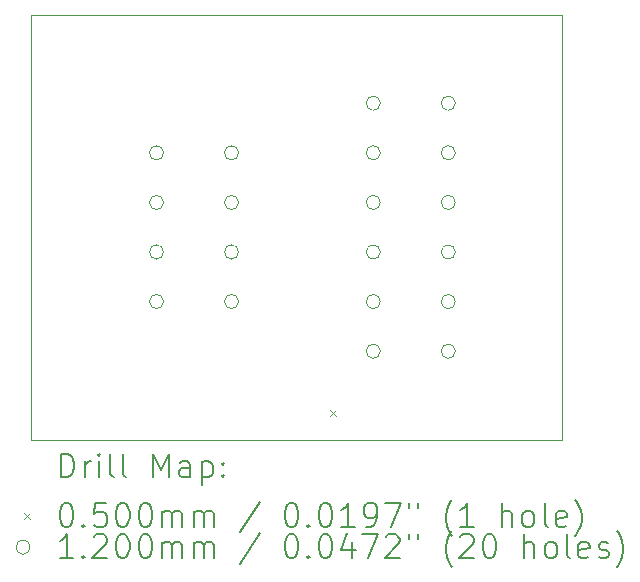
<source format=gbr>
%TF.GenerationSoftware,KiCad,Pcbnew,7.0.8*%
%TF.CreationDate,2023-12-02T16:31:01-07:00*%
%TF.ProjectId,cansplitter,63616e73-706c-4697-9474-65722e6b6963,rev?*%
%TF.SameCoordinates,Original*%
%TF.FileFunction,Drillmap*%
%TF.FilePolarity,Positive*%
%FSLAX45Y45*%
G04 Gerber Fmt 4.5, Leading zero omitted, Abs format (unit mm)*
G04 Created by KiCad (PCBNEW 7.0.8) date 2023-12-02 16:31:01*
%MOMM*%
%LPD*%
G01*
G04 APERTURE LIST*
%ADD10C,0.100000*%
%ADD11C,0.200000*%
%ADD12C,0.050000*%
%ADD13C,0.120000*%
G04 APERTURE END LIST*
D10*
X12500000Y-6200000D02*
X17000000Y-6200000D01*
X17000000Y-9800000D01*
X12500000Y-9800000D01*
X12500000Y-6200000D01*
D11*
D12*
X15035000Y-9545000D02*
X15085000Y-9595000D01*
X15085000Y-9545000D02*
X15035000Y-9595000D01*
D13*
X13625000Y-7370000D02*
G75*
G03*
X13625000Y-7370000I-60000J0D01*
G01*
X13625000Y-7790000D02*
G75*
G03*
X13625000Y-7790000I-60000J0D01*
G01*
X13625000Y-8210000D02*
G75*
G03*
X13625000Y-8210000I-60000J0D01*
G01*
X13625000Y-8630000D02*
G75*
G03*
X13625000Y-8630000I-60000J0D01*
G01*
X14260000Y-7370000D02*
G75*
G03*
X14260000Y-7370000I-60000J0D01*
G01*
X14260000Y-7790000D02*
G75*
G03*
X14260000Y-7790000I-60000J0D01*
G01*
X14260000Y-8210000D02*
G75*
G03*
X14260000Y-8210000I-60000J0D01*
G01*
X14260000Y-8630000D02*
G75*
G03*
X14260000Y-8630000I-60000J0D01*
G01*
X15460000Y-6950000D02*
G75*
G03*
X15460000Y-6950000I-60000J0D01*
G01*
X15460000Y-7370000D02*
G75*
G03*
X15460000Y-7370000I-60000J0D01*
G01*
X15460000Y-7790000D02*
G75*
G03*
X15460000Y-7790000I-60000J0D01*
G01*
X15460000Y-8210000D02*
G75*
G03*
X15460000Y-8210000I-60000J0D01*
G01*
X15460000Y-8630000D02*
G75*
G03*
X15460000Y-8630000I-60000J0D01*
G01*
X15460000Y-9050000D02*
G75*
G03*
X15460000Y-9050000I-60000J0D01*
G01*
X16095000Y-6950000D02*
G75*
G03*
X16095000Y-6950000I-60000J0D01*
G01*
X16095000Y-7370000D02*
G75*
G03*
X16095000Y-7370000I-60000J0D01*
G01*
X16095000Y-7790000D02*
G75*
G03*
X16095000Y-7790000I-60000J0D01*
G01*
X16095000Y-8210000D02*
G75*
G03*
X16095000Y-8210000I-60000J0D01*
G01*
X16095000Y-8630000D02*
G75*
G03*
X16095000Y-8630000I-60000J0D01*
G01*
X16095000Y-9050000D02*
G75*
G03*
X16095000Y-9050000I-60000J0D01*
G01*
D11*
X12755777Y-10116484D02*
X12755777Y-9916484D01*
X12755777Y-9916484D02*
X12803396Y-9916484D01*
X12803396Y-9916484D02*
X12831967Y-9926008D01*
X12831967Y-9926008D02*
X12851015Y-9945055D01*
X12851015Y-9945055D02*
X12860539Y-9964103D01*
X12860539Y-9964103D02*
X12870062Y-10002198D01*
X12870062Y-10002198D02*
X12870062Y-10030770D01*
X12870062Y-10030770D02*
X12860539Y-10068865D01*
X12860539Y-10068865D02*
X12851015Y-10087912D01*
X12851015Y-10087912D02*
X12831967Y-10106960D01*
X12831967Y-10106960D02*
X12803396Y-10116484D01*
X12803396Y-10116484D02*
X12755777Y-10116484D01*
X12955777Y-10116484D02*
X12955777Y-9983150D01*
X12955777Y-10021246D02*
X12965301Y-10002198D01*
X12965301Y-10002198D02*
X12974824Y-9992674D01*
X12974824Y-9992674D02*
X12993872Y-9983150D01*
X12993872Y-9983150D02*
X13012920Y-9983150D01*
X13079586Y-10116484D02*
X13079586Y-9983150D01*
X13079586Y-9916484D02*
X13070062Y-9926008D01*
X13070062Y-9926008D02*
X13079586Y-9935531D01*
X13079586Y-9935531D02*
X13089110Y-9926008D01*
X13089110Y-9926008D02*
X13079586Y-9916484D01*
X13079586Y-9916484D02*
X13079586Y-9935531D01*
X13203396Y-10116484D02*
X13184348Y-10106960D01*
X13184348Y-10106960D02*
X13174824Y-10087912D01*
X13174824Y-10087912D02*
X13174824Y-9916484D01*
X13308158Y-10116484D02*
X13289110Y-10106960D01*
X13289110Y-10106960D02*
X13279586Y-10087912D01*
X13279586Y-10087912D02*
X13279586Y-9916484D01*
X13536729Y-10116484D02*
X13536729Y-9916484D01*
X13536729Y-9916484D02*
X13603396Y-10059341D01*
X13603396Y-10059341D02*
X13670062Y-9916484D01*
X13670062Y-9916484D02*
X13670062Y-10116484D01*
X13851015Y-10116484D02*
X13851015Y-10011722D01*
X13851015Y-10011722D02*
X13841491Y-9992674D01*
X13841491Y-9992674D02*
X13822443Y-9983150D01*
X13822443Y-9983150D02*
X13784348Y-9983150D01*
X13784348Y-9983150D02*
X13765301Y-9992674D01*
X13851015Y-10106960D02*
X13831967Y-10116484D01*
X13831967Y-10116484D02*
X13784348Y-10116484D01*
X13784348Y-10116484D02*
X13765301Y-10106960D01*
X13765301Y-10106960D02*
X13755777Y-10087912D01*
X13755777Y-10087912D02*
X13755777Y-10068865D01*
X13755777Y-10068865D02*
X13765301Y-10049817D01*
X13765301Y-10049817D02*
X13784348Y-10040293D01*
X13784348Y-10040293D02*
X13831967Y-10040293D01*
X13831967Y-10040293D02*
X13851015Y-10030770D01*
X13946253Y-9983150D02*
X13946253Y-10183150D01*
X13946253Y-9992674D02*
X13965301Y-9983150D01*
X13965301Y-9983150D02*
X14003396Y-9983150D01*
X14003396Y-9983150D02*
X14022443Y-9992674D01*
X14022443Y-9992674D02*
X14031967Y-10002198D01*
X14031967Y-10002198D02*
X14041491Y-10021246D01*
X14041491Y-10021246D02*
X14041491Y-10078389D01*
X14041491Y-10078389D02*
X14031967Y-10097436D01*
X14031967Y-10097436D02*
X14022443Y-10106960D01*
X14022443Y-10106960D02*
X14003396Y-10116484D01*
X14003396Y-10116484D02*
X13965301Y-10116484D01*
X13965301Y-10116484D02*
X13946253Y-10106960D01*
X14127205Y-10097436D02*
X14136729Y-10106960D01*
X14136729Y-10106960D02*
X14127205Y-10116484D01*
X14127205Y-10116484D02*
X14117682Y-10106960D01*
X14117682Y-10106960D02*
X14127205Y-10097436D01*
X14127205Y-10097436D02*
X14127205Y-10116484D01*
X14127205Y-9992674D02*
X14136729Y-10002198D01*
X14136729Y-10002198D02*
X14127205Y-10011722D01*
X14127205Y-10011722D02*
X14117682Y-10002198D01*
X14117682Y-10002198D02*
X14127205Y-9992674D01*
X14127205Y-9992674D02*
X14127205Y-10011722D01*
D12*
X12445000Y-10420000D02*
X12495000Y-10470000D01*
X12495000Y-10420000D02*
X12445000Y-10470000D01*
D11*
X12793872Y-10336484D02*
X12812920Y-10336484D01*
X12812920Y-10336484D02*
X12831967Y-10346008D01*
X12831967Y-10346008D02*
X12841491Y-10355531D01*
X12841491Y-10355531D02*
X12851015Y-10374579D01*
X12851015Y-10374579D02*
X12860539Y-10412674D01*
X12860539Y-10412674D02*
X12860539Y-10460293D01*
X12860539Y-10460293D02*
X12851015Y-10498389D01*
X12851015Y-10498389D02*
X12841491Y-10517436D01*
X12841491Y-10517436D02*
X12831967Y-10526960D01*
X12831967Y-10526960D02*
X12812920Y-10536484D01*
X12812920Y-10536484D02*
X12793872Y-10536484D01*
X12793872Y-10536484D02*
X12774824Y-10526960D01*
X12774824Y-10526960D02*
X12765301Y-10517436D01*
X12765301Y-10517436D02*
X12755777Y-10498389D01*
X12755777Y-10498389D02*
X12746253Y-10460293D01*
X12746253Y-10460293D02*
X12746253Y-10412674D01*
X12746253Y-10412674D02*
X12755777Y-10374579D01*
X12755777Y-10374579D02*
X12765301Y-10355531D01*
X12765301Y-10355531D02*
X12774824Y-10346008D01*
X12774824Y-10346008D02*
X12793872Y-10336484D01*
X12946253Y-10517436D02*
X12955777Y-10526960D01*
X12955777Y-10526960D02*
X12946253Y-10536484D01*
X12946253Y-10536484D02*
X12936729Y-10526960D01*
X12936729Y-10526960D02*
X12946253Y-10517436D01*
X12946253Y-10517436D02*
X12946253Y-10536484D01*
X13136729Y-10336484D02*
X13041491Y-10336484D01*
X13041491Y-10336484D02*
X13031967Y-10431722D01*
X13031967Y-10431722D02*
X13041491Y-10422198D01*
X13041491Y-10422198D02*
X13060539Y-10412674D01*
X13060539Y-10412674D02*
X13108158Y-10412674D01*
X13108158Y-10412674D02*
X13127205Y-10422198D01*
X13127205Y-10422198D02*
X13136729Y-10431722D01*
X13136729Y-10431722D02*
X13146253Y-10450770D01*
X13146253Y-10450770D02*
X13146253Y-10498389D01*
X13146253Y-10498389D02*
X13136729Y-10517436D01*
X13136729Y-10517436D02*
X13127205Y-10526960D01*
X13127205Y-10526960D02*
X13108158Y-10536484D01*
X13108158Y-10536484D02*
X13060539Y-10536484D01*
X13060539Y-10536484D02*
X13041491Y-10526960D01*
X13041491Y-10526960D02*
X13031967Y-10517436D01*
X13270062Y-10336484D02*
X13289110Y-10336484D01*
X13289110Y-10336484D02*
X13308158Y-10346008D01*
X13308158Y-10346008D02*
X13317682Y-10355531D01*
X13317682Y-10355531D02*
X13327205Y-10374579D01*
X13327205Y-10374579D02*
X13336729Y-10412674D01*
X13336729Y-10412674D02*
X13336729Y-10460293D01*
X13336729Y-10460293D02*
X13327205Y-10498389D01*
X13327205Y-10498389D02*
X13317682Y-10517436D01*
X13317682Y-10517436D02*
X13308158Y-10526960D01*
X13308158Y-10526960D02*
X13289110Y-10536484D01*
X13289110Y-10536484D02*
X13270062Y-10536484D01*
X13270062Y-10536484D02*
X13251015Y-10526960D01*
X13251015Y-10526960D02*
X13241491Y-10517436D01*
X13241491Y-10517436D02*
X13231967Y-10498389D01*
X13231967Y-10498389D02*
X13222443Y-10460293D01*
X13222443Y-10460293D02*
X13222443Y-10412674D01*
X13222443Y-10412674D02*
X13231967Y-10374579D01*
X13231967Y-10374579D02*
X13241491Y-10355531D01*
X13241491Y-10355531D02*
X13251015Y-10346008D01*
X13251015Y-10346008D02*
X13270062Y-10336484D01*
X13460539Y-10336484D02*
X13479586Y-10336484D01*
X13479586Y-10336484D02*
X13498634Y-10346008D01*
X13498634Y-10346008D02*
X13508158Y-10355531D01*
X13508158Y-10355531D02*
X13517682Y-10374579D01*
X13517682Y-10374579D02*
X13527205Y-10412674D01*
X13527205Y-10412674D02*
X13527205Y-10460293D01*
X13527205Y-10460293D02*
X13517682Y-10498389D01*
X13517682Y-10498389D02*
X13508158Y-10517436D01*
X13508158Y-10517436D02*
X13498634Y-10526960D01*
X13498634Y-10526960D02*
X13479586Y-10536484D01*
X13479586Y-10536484D02*
X13460539Y-10536484D01*
X13460539Y-10536484D02*
X13441491Y-10526960D01*
X13441491Y-10526960D02*
X13431967Y-10517436D01*
X13431967Y-10517436D02*
X13422443Y-10498389D01*
X13422443Y-10498389D02*
X13412920Y-10460293D01*
X13412920Y-10460293D02*
X13412920Y-10412674D01*
X13412920Y-10412674D02*
X13422443Y-10374579D01*
X13422443Y-10374579D02*
X13431967Y-10355531D01*
X13431967Y-10355531D02*
X13441491Y-10346008D01*
X13441491Y-10346008D02*
X13460539Y-10336484D01*
X13612920Y-10536484D02*
X13612920Y-10403150D01*
X13612920Y-10422198D02*
X13622443Y-10412674D01*
X13622443Y-10412674D02*
X13641491Y-10403150D01*
X13641491Y-10403150D02*
X13670063Y-10403150D01*
X13670063Y-10403150D02*
X13689110Y-10412674D01*
X13689110Y-10412674D02*
X13698634Y-10431722D01*
X13698634Y-10431722D02*
X13698634Y-10536484D01*
X13698634Y-10431722D02*
X13708158Y-10412674D01*
X13708158Y-10412674D02*
X13727205Y-10403150D01*
X13727205Y-10403150D02*
X13755777Y-10403150D01*
X13755777Y-10403150D02*
X13774824Y-10412674D01*
X13774824Y-10412674D02*
X13784348Y-10431722D01*
X13784348Y-10431722D02*
X13784348Y-10536484D01*
X13879586Y-10536484D02*
X13879586Y-10403150D01*
X13879586Y-10422198D02*
X13889110Y-10412674D01*
X13889110Y-10412674D02*
X13908158Y-10403150D01*
X13908158Y-10403150D02*
X13936729Y-10403150D01*
X13936729Y-10403150D02*
X13955777Y-10412674D01*
X13955777Y-10412674D02*
X13965301Y-10431722D01*
X13965301Y-10431722D02*
X13965301Y-10536484D01*
X13965301Y-10431722D02*
X13974824Y-10412674D01*
X13974824Y-10412674D02*
X13993872Y-10403150D01*
X13993872Y-10403150D02*
X14022443Y-10403150D01*
X14022443Y-10403150D02*
X14041491Y-10412674D01*
X14041491Y-10412674D02*
X14051015Y-10431722D01*
X14051015Y-10431722D02*
X14051015Y-10536484D01*
X14441491Y-10326960D02*
X14270063Y-10584103D01*
X14698634Y-10336484D02*
X14717682Y-10336484D01*
X14717682Y-10336484D02*
X14736729Y-10346008D01*
X14736729Y-10346008D02*
X14746253Y-10355531D01*
X14746253Y-10355531D02*
X14755777Y-10374579D01*
X14755777Y-10374579D02*
X14765301Y-10412674D01*
X14765301Y-10412674D02*
X14765301Y-10460293D01*
X14765301Y-10460293D02*
X14755777Y-10498389D01*
X14755777Y-10498389D02*
X14746253Y-10517436D01*
X14746253Y-10517436D02*
X14736729Y-10526960D01*
X14736729Y-10526960D02*
X14717682Y-10536484D01*
X14717682Y-10536484D02*
X14698634Y-10536484D01*
X14698634Y-10536484D02*
X14679586Y-10526960D01*
X14679586Y-10526960D02*
X14670063Y-10517436D01*
X14670063Y-10517436D02*
X14660539Y-10498389D01*
X14660539Y-10498389D02*
X14651015Y-10460293D01*
X14651015Y-10460293D02*
X14651015Y-10412674D01*
X14651015Y-10412674D02*
X14660539Y-10374579D01*
X14660539Y-10374579D02*
X14670063Y-10355531D01*
X14670063Y-10355531D02*
X14679586Y-10346008D01*
X14679586Y-10346008D02*
X14698634Y-10336484D01*
X14851015Y-10517436D02*
X14860539Y-10526960D01*
X14860539Y-10526960D02*
X14851015Y-10536484D01*
X14851015Y-10536484D02*
X14841491Y-10526960D01*
X14841491Y-10526960D02*
X14851015Y-10517436D01*
X14851015Y-10517436D02*
X14851015Y-10536484D01*
X14984348Y-10336484D02*
X15003396Y-10336484D01*
X15003396Y-10336484D02*
X15022444Y-10346008D01*
X15022444Y-10346008D02*
X15031967Y-10355531D01*
X15031967Y-10355531D02*
X15041491Y-10374579D01*
X15041491Y-10374579D02*
X15051015Y-10412674D01*
X15051015Y-10412674D02*
X15051015Y-10460293D01*
X15051015Y-10460293D02*
X15041491Y-10498389D01*
X15041491Y-10498389D02*
X15031967Y-10517436D01*
X15031967Y-10517436D02*
X15022444Y-10526960D01*
X15022444Y-10526960D02*
X15003396Y-10536484D01*
X15003396Y-10536484D02*
X14984348Y-10536484D01*
X14984348Y-10536484D02*
X14965301Y-10526960D01*
X14965301Y-10526960D02*
X14955777Y-10517436D01*
X14955777Y-10517436D02*
X14946253Y-10498389D01*
X14946253Y-10498389D02*
X14936729Y-10460293D01*
X14936729Y-10460293D02*
X14936729Y-10412674D01*
X14936729Y-10412674D02*
X14946253Y-10374579D01*
X14946253Y-10374579D02*
X14955777Y-10355531D01*
X14955777Y-10355531D02*
X14965301Y-10346008D01*
X14965301Y-10346008D02*
X14984348Y-10336484D01*
X15241491Y-10536484D02*
X15127206Y-10536484D01*
X15184348Y-10536484D02*
X15184348Y-10336484D01*
X15184348Y-10336484D02*
X15165301Y-10365055D01*
X15165301Y-10365055D02*
X15146253Y-10384103D01*
X15146253Y-10384103D02*
X15127206Y-10393627D01*
X15336729Y-10536484D02*
X15374825Y-10536484D01*
X15374825Y-10536484D02*
X15393872Y-10526960D01*
X15393872Y-10526960D02*
X15403396Y-10517436D01*
X15403396Y-10517436D02*
X15422444Y-10488865D01*
X15422444Y-10488865D02*
X15431967Y-10450770D01*
X15431967Y-10450770D02*
X15431967Y-10374579D01*
X15431967Y-10374579D02*
X15422444Y-10355531D01*
X15422444Y-10355531D02*
X15412920Y-10346008D01*
X15412920Y-10346008D02*
X15393872Y-10336484D01*
X15393872Y-10336484D02*
X15355777Y-10336484D01*
X15355777Y-10336484D02*
X15336729Y-10346008D01*
X15336729Y-10346008D02*
X15327206Y-10355531D01*
X15327206Y-10355531D02*
X15317682Y-10374579D01*
X15317682Y-10374579D02*
X15317682Y-10422198D01*
X15317682Y-10422198D02*
X15327206Y-10441246D01*
X15327206Y-10441246D02*
X15336729Y-10450770D01*
X15336729Y-10450770D02*
X15355777Y-10460293D01*
X15355777Y-10460293D02*
X15393872Y-10460293D01*
X15393872Y-10460293D02*
X15412920Y-10450770D01*
X15412920Y-10450770D02*
X15422444Y-10441246D01*
X15422444Y-10441246D02*
X15431967Y-10422198D01*
X15498634Y-10336484D02*
X15631967Y-10336484D01*
X15631967Y-10336484D02*
X15546253Y-10536484D01*
X15698634Y-10336484D02*
X15698634Y-10374579D01*
X15774825Y-10336484D02*
X15774825Y-10374579D01*
X16070063Y-10612674D02*
X16060539Y-10603150D01*
X16060539Y-10603150D02*
X16041491Y-10574579D01*
X16041491Y-10574579D02*
X16031968Y-10555531D01*
X16031968Y-10555531D02*
X16022444Y-10526960D01*
X16022444Y-10526960D02*
X16012920Y-10479341D01*
X16012920Y-10479341D02*
X16012920Y-10441246D01*
X16012920Y-10441246D02*
X16022444Y-10393627D01*
X16022444Y-10393627D02*
X16031968Y-10365055D01*
X16031968Y-10365055D02*
X16041491Y-10346008D01*
X16041491Y-10346008D02*
X16060539Y-10317436D01*
X16060539Y-10317436D02*
X16070063Y-10307912D01*
X16251015Y-10536484D02*
X16136729Y-10536484D01*
X16193872Y-10536484D02*
X16193872Y-10336484D01*
X16193872Y-10336484D02*
X16174825Y-10365055D01*
X16174825Y-10365055D02*
X16155777Y-10384103D01*
X16155777Y-10384103D02*
X16136729Y-10393627D01*
X16489110Y-10536484D02*
X16489110Y-10336484D01*
X16574825Y-10536484D02*
X16574825Y-10431722D01*
X16574825Y-10431722D02*
X16565301Y-10412674D01*
X16565301Y-10412674D02*
X16546253Y-10403150D01*
X16546253Y-10403150D02*
X16517682Y-10403150D01*
X16517682Y-10403150D02*
X16498634Y-10412674D01*
X16498634Y-10412674D02*
X16489110Y-10422198D01*
X16698634Y-10536484D02*
X16679587Y-10526960D01*
X16679587Y-10526960D02*
X16670063Y-10517436D01*
X16670063Y-10517436D02*
X16660539Y-10498389D01*
X16660539Y-10498389D02*
X16660539Y-10441246D01*
X16660539Y-10441246D02*
X16670063Y-10422198D01*
X16670063Y-10422198D02*
X16679587Y-10412674D01*
X16679587Y-10412674D02*
X16698634Y-10403150D01*
X16698634Y-10403150D02*
X16727206Y-10403150D01*
X16727206Y-10403150D02*
X16746253Y-10412674D01*
X16746253Y-10412674D02*
X16755777Y-10422198D01*
X16755777Y-10422198D02*
X16765301Y-10441246D01*
X16765301Y-10441246D02*
X16765301Y-10498389D01*
X16765301Y-10498389D02*
X16755777Y-10517436D01*
X16755777Y-10517436D02*
X16746253Y-10526960D01*
X16746253Y-10526960D02*
X16727206Y-10536484D01*
X16727206Y-10536484D02*
X16698634Y-10536484D01*
X16879587Y-10536484D02*
X16860539Y-10526960D01*
X16860539Y-10526960D02*
X16851015Y-10507912D01*
X16851015Y-10507912D02*
X16851015Y-10336484D01*
X17031968Y-10526960D02*
X17012920Y-10536484D01*
X17012920Y-10536484D02*
X16974825Y-10536484D01*
X16974825Y-10536484D02*
X16955777Y-10526960D01*
X16955777Y-10526960D02*
X16946253Y-10507912D01*
X16946253Y-10507912D02*
X16946253Y-10431722D01*
X16946253Y-10431722D02*
X16955777Y-10412674D01*
X16955777Y-10412674D02*
X16974825Y-10403150D01*
X16974825Y-10403150D02*
X17012920Y-10403150D01*
X17012920Y-10403150D02*
X17031968Y-10412674D01*
X17031968Y-10412674D02*
X17041492Y-10431722D01*
X17041492Y-10431722D02*
X17041492Y-10450770D01*
X17041492Y-10450770D02*
X16946253Y-10469817D01*
X17108158Y-10612674D02*
X17117682Y-10603150D01*
X17117682Y-10603150D02*
X17136730Y-10574579D01*
X17136730Y-10574579D02*
X17146253Y-10555531D01*
X17146253Y-10555531D02*
X17155777Y-10526960D01*
X17155777Y-10526960D02*
X17165301Y-10479341D01*
X17165301Y-10479341D02*
X17165301Y-10441246D01*
X17165301Y-10441246D02*
X17155777Y-10393627D01*
X17155777Y-10393627D02*
X17146253Y-10365055D01*
X17146253Y-10365055D02*
X17136730Y-10346008D01*
X17136730Y-10346008D02*
X17117682Y-10317436D01*
X17117682Y-10317436D02*
X17108158Y-10307912D01*
D13*
X12495000Y-10709000D02*
G75*
G03*
X12495000Y-10709000I-60000J0D01*
G01*
D11*
X12860539Y-10800484D02*
X12746253Y-10800484D01*
X12803396Y-10800484D02*
X12803396Y-10600484D01*
X12803396Y-10600484D02*
X12784348Y-10629055D01*
X12784348Y-10629055D02*
X12765301Y-10648103D01*
X12765301Y-10648103D02*
X12746253Y-10657627D01*
X12946253Y-10781436D02*
X12955777Y-10790960D01*
X12955777Y-10790960D02*
X12946253Y-10800484D01*
X12946253Y-10800484D02*
X12936729Y-10790960D01*
X12936729Y-10790960D02*
X12946253Y-10781436D01*
X12946253Y-10781436D02*
X12946253Y-10800484D01*
X13031967Y-10619531D02*
X13041491Y-10610008D01*
X13041491Y-10610008D02*
X13060539Y-10600484D01*
X13060539Y-10600484D02*
X13108158Y-10600484D01*
X13108158Y-10600484D02*
X13127205Y-10610008D01*
X13127205Y-10610008D02*
X13136729Y-10619531D01*
X13136729Y-10619531D02*
X13146253Y-10638579D01*
X13146253Y-10638579D02*
X13146253Y-10657627D01*
X13146253Y-10657627D02*
X13136729Y-10686198D01*
X13136729Y-10686198D02*
X13022443Y-10800484D01*
X13022443Y-10800484D02*
X13146253Y-10800484D01*
X13270062Y-10600484D02*
X13289110Y-10600484D01*
X13289110Y-10600484D02*
X13308158Y-10610008D01*
X13308158Y-10610008D02*
X13317682Y-10619531D01*
X13317682Y-10619531D02*
X13327205Y-10638579D01*
X13327205Y-10638579D02*
X13336729Y-10676674D01*
X13336729Y-10676674D02*
X13336729Y-10724293D01*
X13336729Y-10724293D02*
X13327205Y-10762389D01*
X13327205Y-10762389D02*
X13317682Y-10781436D01*
X13317682Y-10781436D02*
X13308158Y-10790960D01*
X13308158Y-10790960D02*
X13289110Y-10800484D01*
X13289110Y-10800484D02*
X13270062Y-10800484D01*
X13270062Y-10800484D02*
X13251015Y-10790960D01*
X13251015Y-10790960D02*
X13241491Y-10781436D01*
X13241491Y-10781436D02*
X13231967Y-10762389D01*
X13231967Y-10762389D02*
X13222443Y-10724293D01*
X13222443Y-10724293D02*
X13222443Y-10676674D01*
X13222443Y-10676674D02*
X13231967Y-10638579D01*
X13231967Y-10638579D02*
X13241491Y-10619531D01*
X13241491Y-10619531D02*
X13251015Y-10610008D01*
X13251015Y-10610008D02*
X13270062Y-10600484D01*
X13460539Y-10600484D02*
X13479586Y-10600484D01*
X13479586Y-10600484D02*
X13498634Y-10610008D01*
X13498634Y-10610008D02*
X13508158Y-10619531D01*
X13508158Y-10619531D02*
X13517682Y-10638579D01*
X13517682Y-10638579D02*
X13527205Y-10676674D01*
X13527205Y-10676674D02*
X13527205Y-10724293D01*
X13527205Y-10724293D02*
X13517682Y-10762389D01*
X13517682Y-10762389D02*
X13508158Y-10781436D01*
X13508158Y-10781436D02*
X13498634Y-10790960D01*
X13498634Y-10790960D02*
X13479586Y-10800484D01*
X13479586Y-10800484D02*
X13460539Y-10800484D01*
X13460539Y-10800484D02*
X13441491Y-10790960D01*
X13441491Y-10790960D02*
X13431967Y-10781436D01*
X13431967Y-10781436D02*
X13422443Y-10762389D01*
X13422443Y-10762389D02*
X13412920Y-10724293D01*
X13412920Y-10724293D02*
X13412920Y-10676674D01*
X13412920Y-10676674D02*
X13422443Y-10638579D01*
X13422443Y-10638579D02*
X13431967Y-10619531D01*
X13431967Y-10619531D02*
X13441491Y-10610008D01*
X13441491Y-10610008D02*
X13460539Y-10600484D01*
X13612920Y-10800484D02*
X13612920Y-10667150D01*
X13612920Y-10686198D02*
X13622443Y-10676674D01*
X13622443Y-10676674D02*
X13641491Y-10667150D01*
X13641491Y-10667150D02*
X13670063Y-10667150D01*
X13670063Y-10667150D02*
X13689110Y-10676674D01*
X13689110Y-10676674D02*
X13698634Y-10695722D01*
X13698634Y-10695722D02*
X13698634Y-10800484D01*
X13698634Y-10695722D02*
X13708158Y-10676674D01*
X13708158Y-10676674D02*
X13727205Y-10667150D01*
X13727205Y-10667150D02*
X13755777Y-10667150D01*
X13755777Y-10667150D02*
X13774824Y-10676674D01*
X13774824Y-10676674D02*
X13784348Y-10695722D01*
X13784348Y-10695722D02*
X13784348Y-10800484D01*
X13879586Y-10800484D02*
X13879586Y-10667150D01*
X13879586Y-10686198D02*
X13889110Y-10676674D01*
X13889110Y-10676674D02*
X13908158Y-10667150D01*
X13908158Y-10667150D02*
X13936729Y-10667150D01*
X13936729Y-10667150D02*
X13955777Y-10676674D01*
X13955777Y-10676674D02*
X13965301Y-10695722D01*
X13965301Y-10695722D02*
X13965301Y-10800484D01*
X13965301Y-10695722D02*
X13974824Y-10676674D01*
X13974824Y-10676674D02*
X13993872Y-10667150D01*
X13993872Y-10667150D02*
X14022443Y-10667150D01*
X14022443Y-10667150D02*
X14041491Y-10676674D01*
X14041491Y-10676674D02*
X14051015Y-10695722D01*
X14051015Y-10695722D02*
X14051015Y-10800484D01*
X14441491Y-10590960D02*
X14270063Y-10848103D01*
X14698634Y-10600484D02*
X14717682Y-10600484D01*
X14717682Y-10600484D02*
X14736729Y-10610008D01*
X14736729Y-10610008D02*
X14746253Y-10619531D01*
X14746253Y-10619531D02*
X14755777Y-10638579D01*
X14755777Y-10638579D02*
X14765301Y-10676674D01*
X14765301Y-10676674D02*
X14765301Y-10724293D01*
X14765301Y-10724293D02*
X14755777Y-10762389D01*
X14755777Y-10762389D02*
X14746253Y-10781436D01*
X14746253Y-10781436D02*
X14736729Y-10790960D01*
X14736729Y-10790960D02*
X14717682Y-10800484D01*
X14717682Y-10800484D02*
X14698634Y-10800484D01*
X14698634Y-10800484D02*
X14679586Y-10790960D01*
X14679586Y-10790960D02*
X14670063Y-10781436D01*
X14670063Y-10781436D02*
X14660539Y-10762389D01*
X14660539Y-10762389D02*
X14651015Y-10724293D01*
X14651015Y-10724293D02*
X14651015Y-10676674D01*
X14651015Y-10676674D02*
X14660539Y-10638579D01*
X14660539Y-10638579D02*
X14670063Y-10619531D01*
X14670063Y-10619531D02*
X14679586Y-10610008D01*
X14679586Y-10610008D02*
X14698634Y-10600484D01*
X14851015Y-10781436D02*
X14860539Y-10790960D01*
X14860539Y-10790960D02*
X14851015Y-10800484D01*
X14851015Y-10800484D02*
X14841491Y-10790960D01*
X14841491Y-10790960D02*
X14851015Y-10781436D01*
X14851015Y-10781436D02*
X14851015Y-10800484D01*
X14984348Y-10600484D02*
X15003396Y-10600484D01*
X15003396Y-10600484D02*
X15022444Y-10610008D01*
X15022444Y-10610008D02*
X15031967Y-10619531D01*
X15031967Y-10619531D02*
X15041491Y-10638579D01*
X15041491Y-10638579D02*
X15051015Y-10676674D01*
X15051015Y-10676674D02*
X15051015Y-10724293D01*
X15051015Y-10724293D02*
X15041491Y-10762389D01*
X15041491Y-10762389D02*
X15031967Y-10781436D01*
X15031967Y-10781436D02*
X15022444Y-10790960D01*
X15022444Y-10790960D02*
X15003396Y-10800484D01*
X15003396Y-10800484D02*
X14984348Y-10800484D01*
X14984348Y-10800484D02*
X14965301Y-10790960D01*
X14965301Y-10790960D02*
X14955777Y-10781436D01*
X14955777Y-10781436D02*
X14946253Y-10762389D01*
X14946253Y-10762389D02*
X14936729Y-10724293D01*
X14936729Y-10724293D02*
X14936729Y-10676674D01*
X14936729Y-10676674D02*
X14946253Y-10638579D01*
X14946253Y-10638579D02*
X14955777Y-10619531D01*
X14955777Y-10619531D02*
X14965301Y-10610008D01*
X14965301Y-10610008D02*
X14984348Y-10600484D01*
X15222444Y-10667150D02*
X15222444Y-10800484D01*
X15174825Y-10590960D02*
X15127206Y-10733817D01*
X15127206Y-10733817D02*
X15251015Y-10733817D01*
X15308158Y-10600484D02*
X15441491Y-10600484D01*
X15441491Y-10600484D02*
X15355777Y-10800484D01*
X15508158Y-10619531D02*
X15517682Y-10610008D01*
X15517682Y-10610008D02*
X15536729Y-10600484D01*
X15536729Y-10600484D02*
X15584348Y-10600484D01*
X15584348Y-10600484D02*
X15603396Y-10610008D01*
X15603396Y-10610008D02*
X15612920Y-10619531D01*
X15612920Y-10619531D02*
X15622444Y-10638579D01*
X15622444Y-10638579D02*
X15622444Y-10657627D01*
X15622444Y-10657627D02*
X15612920Y-10686198D01*
X15612920Y-10686198D02*
X15498634Y-10800484D01*
X15498634Y-10800484D02*
X15622444Y-10800484D01*
X15698634Y-10600484D02*
X15698634Y-10638579D01*
X15774825Y-10600484D02*
X15774825Y-10638579D01*
X16070063Y-10876674D02*
X16060539Y-10867150D01*
X16060539Y-10867150D02*
X16041491Y-10838579D01*
X16041491Y-10838579D02*
X16031968Y-10819531D01*
X16031968Y-10819531D02*
X16022444Y-10790960D01*
X16022444Y-10790960D02*
X16012920Y-10743341D01*
X16012920Y-10743341D02*
X16012920Y-10705246D01*
X16012920Y-10705246D02*
X16022444Y-10657627D01*
X16022444Y-10657627D02*
X16031968Y-10629055D01*
X16031968Y-10629055D02*
X16041491Y-10610008D01*
X16041491Y-10610008D02*
X16060539Y-10581436D01*
X16060539Y-10581436D02*
X16070063Y-10571912D01*
X16136729Y-10619531D02*
X16146253Y-10610008D01*
X16146253Y-10610008D02*
X16165301Y-10600484D01*
X16165301Y-10600484D02*
X16212920Y-10600484D01*
X16212920Y-10600484D02*
X16231968Y-10610008D01*
X16231968Y-10610008D02*
X16241491Y-10619531D01*
X16241491Y-10619531D02*
X16251015Y-10638579D01*
X16251015Y-10638579D02*
X16251015Y-10657627D01*
X16251015Y-10657627D02*
X16241491Y-10686198D01*
X16241491Y-10686198D02*
X16127206Y-10800484D01*
X16127206Y-10800484D02*
X16251015Y-10800484D01*
X16374825Y-10600484D02*
X16393872Y-10600484D01*
X16393872Y-10600484D02*
X16412920Y-10610008D01*
X16412920Y-10610008D02*
X16422444Y-10619531D01*
X16422444Y-10619531D02*
X16431968Y-10638579D01*
X16431968Y-10638579D02*
X16441491Y-10676674D01*
X16441491Y-10676674D02*
X16441491Y-10724293D01*
X16441491Y-10724293D02*
X16431968Y-10762389D01*
X16431968Y-10762389D02*
X16422444Y-10781436D01*
X16422444Y-10781436D02*
X16412920Y-10790960D01*
X16412920Y-10790960D02*
X16393872Y-10800484D01*
X16393872Y-10800484D02*
X16374825Y-10800484D01*
X16374825Y-10800484D02*
X16355777Y-10790960D01*
X16355777Y-10790960D02*
X16346253Y-10781436D01*
X16346253Y-10781436D02*
X16336729Y-10762389D01*
X16336729Y-10762389D02*
X16327206Y-10724293D01*
X16327206Y-10724293D02*
X16327206Y-10676674D01*
X16327206Y-10676674D02*
X16336729Y-10638579D01*
X16336729Y-10638579D02*
X16346253Y-10619531D01*
X16346253Y-10619531D02*
X16355777Y-10610008D01*
X16355777Y-10610008D02*
X16374825Y-10600484D01*
X16679587Y-10800484D02*
X16679587Y-10600484D01*
X16765301Y-10800484D02*
X16765301Y-10695722D01*
X16765301Y-10695722D02*
X16755777Y-10676674D01*
X16755777Y-10676674D02*
X16736730Y-10667150D01*
X16736730Y-10667150D02*
X16708158Y-10667150D01*
X16708158Y-10667150D02*
X16689110Y-10676674D01*
X16689110Y-10676674D02*
X16679587Y-10686198D01*
X16889111Y-10800484D02*
X16870063Y-10790960D01*
X16870063Y-10790960D02*
X16860539Y-10781436D01*
X16860539Y-10781436D02*
X16851015Y-10762389D01*
X16851015Y-10762389D02*
X16851015Y-10705246D01*
X16851015Y-10705246D02*
X16860539Y-10686198D01*
X16860539Y-10686198D02*
X16870063Y-10676674D01*
X16870063Y-10676674D02*
X16889111Y-10667150D01*
X16889111Y-10667150D02*
X16917682Y-10667150D01*
X16917682Y-10667150D02*
X16936730Y-10676674D01*
X16936730Y-10676674D02*
X16946253Y-10686198D01*
X16946253Y-10686198D02*
X16955777Y-10705246D01*
X16955777Y-10705246D02*
X16955777Y-10762389D01*
X16955777Y-10762389D02*
X16946253Y-10781436D01*
X16946253Y-10781436D02*
X16936730Y-10790960D01*
X16936730Y-10790960D02*
X16917682Y-10800484D01*
X16917682Y-10800484D02*
X16889111Y-10800484D01*
X17070063Y-10800484D02*
X17051015Y-10790960D01*
X17051015Y-10790960D02*
X17041492Y-10771912D01*
X17041492Y-10771912D02*
X17041492Y-10600484D01*
X17222444Y-10790960D02*
X17203396Y-10800484D01*
X17203396Y-10800484D02*
X17165301Y-10800484D01*
X17165301Y-10800484D02*
X17146253Y-10790960D01*
X17146253Y-10790960D02*
X17136730Y-10771912D01*
X17136730Y-10771912D02*
X17136730Y-10695722D01*
X17136730Y-10695722D02*
X17146253Y-10676674D01*
X17146253Y-10676674D02*
X17165301Y-10667150D01*
X17165301Y-10667150D02*
X17203396Y-10667150D01*
X17203396Y-10667150D02*
X17222444Y-10676674D01*
X17222444Y-10676674D02*
X17231968Y-10695722D01*
X17231968Y-10695722D02*
X17231968Y-10714770D01*
X17231968Y-10714770D02*
X17136730Y-10733817D01*
X17308158Y-10790960D02*
X17327206Y-10800484D01*
X17327206Y-10800484D02*
X17365301Y-10800484D01*
X17365301Y-10800484D02*
X17384349Y-10790960D01*
X17384349Y-10790960D02*
X17393873Y-10771912D01*
X17393873Y-10771912D02*
X17393873Y-10762389D01*
X17393873Y-10762389D02*
X17384349Y-10743341D01*
X17384349Y-10743341D02*
X17365301Y-10733817D01*
X17365301Y-10733817D02*
X17336730Y-10733817D01*
X17336730Y-10733817D02*
X17317682Y-10724293D01*
X17317682Y-10724293D02*
X17308158Y-10705246D01*
X17308158Y-10705246D02*
X17308158Y-10695722D01*
X17308158Y-10695722D02*
X17317682Y-10676674D01*
X17317682Y-10676674D02*
X17336730Y-10667150D01*
X17336730Y-10667150D02*
X17365301Y-10667150D01*
X17365301Y-10667150D02*
X17384349Y-10676674D01*
X17460539Y-10876674D02*
X17470063Y-10867150D01*
X17470063Y-10867150D02*
X17489111Y-10838579D01*
X17489111Y-10838579D02*
X17498634Y-10819531D01*
X17498634Y-10819531D02*
X17508158Y-10790960D01*
X17508158Y-10790960D02*
X17517682Y-10743341D01*
X17517682Y-10743341D02*
X17517682Y-10705246D01*
X17517682Y-10705246D02*
X17508158Y-10657627D01*
X17508158Y-10657627D02*
X17498634Y-10629055D01*
X17498634Y-10629055D02*
X17489111Y-10610008D01*
X17489111Y-10610008D02*
X17470063Y-10581436D01*
X17470063Y-10581436D02*
X17460539Y-10571912D01*
M02*

</source>
